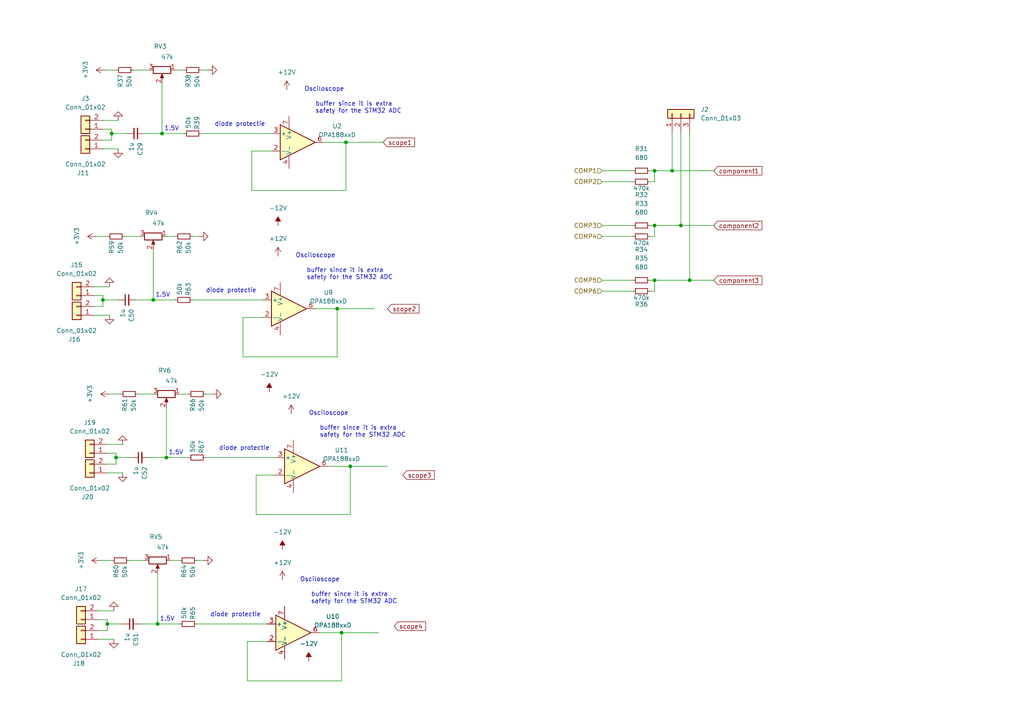
<source format=kicad_sch>
(kicad_sch (version 20211123) (generator eeschema)
  (paper "A4")
  (lib_symbols
    (symbol "Amplifier_Operational:OPA188xxD" (pin_names (offset 0.127))
      (property "Reference" "U" (at 0 6.35 0))
      (property "Value" "OPA188xxD" (at 0 3.81 0))
      (symbol "OPA188xxD_0_1"
        (polyline (pts (xy -5.08 5.08) (xy 5.08 0) (xy -5.08 -5.08) (xy -5.08 5.08)) (stroke (width 0.254)) (fill (type background)))
      )
      (symbol "OPA188xxD_1_1"
        (pin no_connect line (at -2.54 2.54 270) (length 2.54) hide (name "NC") (number "1"))
        (pin input line (at -7.62 -2.54 0) (length 2.54) (name "-") (number "2"))
        (pin input line (at -7.62 2.54 0) (length 2.54) (name "+") (number "3"))
        (pin power_in line (at -2.54 -7.62 90) (length 3.81) (name "V-") (number "4"))
        (pin no_connect line (at 0 2.54 270) (length 2.54) hide (name "NC") (number "5"))
        (pin output line (at 7.62 0 180) (length 2.54) (name "~") (number "6"))
        (pin power_in line (at -2.54 7.62 270) (length 3.81) (name "V+") (number "7"))
        (pin no_connect line (at 0 -2.54 90) (length 2.54) hide (name "NC") (number "8"))
      )
    )
    (symbol "Connector_Generic:Conn_01x02" (pin_names (offset 1.016) hide)
      (property "Reference" "J" (at 0 2.54 0))
      (property "Value" "Conn_01x02" (at 0 -5.08 0))
      (symbol "Conn_01x02_1_1"
        (rectangle (start -1.27 -2.413) (end 0 -2.667) (stroke (width 0.1524)))
        (rectangle (start -1.27 0.127) (end 0 -0.127) (stroke (width 0.1524)))
        (rectangle (start -1.27 1.27) (end 1.27 -3.81) (stroke (width 0.254)) (fill (type background)))
        (pin passive line (at -5.08 0 0) (length 3.81) (name "Pin_1") (number "1"))
        (pin passive line (at -5.08 -2.54 0) (length 3.81) (name "Pin_2") (number "2"))
      )
    )
    (symbol "Connector_Generic:Conn_01x03" (pin_names (offset 1.016) hide)
      (property "Reference" "J" (at 0 5.08 0))
      (property "Value" "Conn_01x03" (at 0 -5.08 0))
      (symbol "Conn_01x03_1_1"
        (rectangle (start -1.27 -2.413) (end 0 -2.667) (stroke (width 0.1524)))
        (rectangle (start -1.27 0.127) (end 0 -0.127) (stroke (width 0.1524)))
        (rectangle (start -1.27 2.667) (end 0 2.413) (stroke (width 0.1524)))
        (rectangle (start -1.27 3.81) (end 1.27 -3.81) (stroke (width 0.254)) (fill (type background)))
        (pin passive line (at -5.08 2.54 0) (length 3.81) (name "Pin_1") (number "1"))
        (pin passive line (at -5.08 0 0) (length 3.81) (name "Pin_2") (number "2"))
        (pin passive line (at -5.08 -2.54 0) (length 3.81) (name "Pin_3") (number "3"))
      )
    )
    (symbol "Device:C_Small" (pin_numbers hide) (pin_names (offset 0.254) hide)
      (property "Reference" "C" (at 0.254 1.778 0))
      (property "Value" "C_Small" (at 0.254 -2.032 0))
      (symbol "C_Small_0_1"
        (polyline (pts (xy -1.524 -0.508) (xy 1.524 -0.508)) (stroke (width 0.3302)))
        (polyline (pts (xy -1.524 0.508) (xy 1.524 0.508)) (stroke (width 0.3048)))
      )
      (symbol "C_Small_1_1"
        (pin passive line (at 0 2.54 270) (length 2.032) (name "~") (number "1"))
        (pin passive line (at 0 -2.54 90) (length 2.032) (name "~") (number "2"))
      )
    )
    (symbol "Device:R_Potentiometer" (pin_names (offset 1.016) hide)
      (property "Reference" "RV" (at -4.445 0 90))
      (property "Value" "R_Potentiometer" (at -2.54 0 90))
      (symbol "R_Potentiometer_0_1"
        (polyline (pts (xy 2.54 0) (xy 1.524 0)))
        (polyline (pts (xy 1.143 0) (xy 2.286 0.508) (xy 2.286 -0.508) (xy 1.143 0)) (fill (type outline)))
        (rectangle (start 1.016 2.54) (end -1.016 -2.54) (stroke (width 0.254)))
      )
      (symbol "R_Potentiometer_1_1"
        (pin passive line (at 0 3.81 270) (length 1.27) (name "1") (number "1"))
        (pin passive line (at 3.81 0 180) (length 1.27) (name "2") (number "2"))
        (pin passive line (at 0 -3.81 90) (length 1.27) (name "3") (number "3"))
      )
    )
    (symbol "Device:R_Small" (pin_numbers hide) (pin_names (offset 0.254) hide)
      (property "Reference" "R" (at 0.762 0.508 0))
      (property "Value" "R_Small" (at 0.762 -1.016 0))
      (symbol "R_Small_0_1"
        (rectangle (start -0.762 1.778) (end 0.762 -1.778) (stroke (width 0.2032)))
      )
      (symbol "R_Small_1_1"
        (pin passive line (at 0 2.54 270) (length 0.762) (name "~") (number "1"))
        (pin passive line (at 0 -2.54 90) (length 0.762) (name "~") (number "2"))
      )
    )
    (symbol "power:+12V" (power) (pin_names (offset 0))
      (property "Value" "+12V" (at 0 3.556 0))
      (symbol "+12V_0_1"
        (polyline (pts (xy -0.762 1.27) (xy 0 2.54)))
        (polyline (pts (xy 0 0) (xy 0 2.54)))
        (polyline (pts (xy 0 2.54) (xy 0.762 1.27)))
      )
      (symbol "+12V_1_1"
        (pin power_in line (at 0 0 90) (length 0) hide (name "+12V") (number "1"))
      )
    )
    (symbol "power:+3.3V" (power) (pin_names (offset 0))
      (property "Value" "+3.3V" (at 0 3.556 0))
      (symbol "+3.3V_0_1"
        (polyline (pts (xy -0.762 1.27) (xy 0 2.54)))
        (polyline (pts (xy 0 0) (xy 0 2.54)))
        (polyline (pts (xy 0 2.54) (xy 0.762 1.27)))
      )
      (symbol "+3.3V_1_1"
        (pin power_in line (at 0 0 90) (length 0) hide (name "+3V3") (number "1"))
      )
    )
    (symbol "power:-12V" (power) (pin_names (offset 0))
      (property "Value" "-12V" (at 0 3.81 0))
      (symbol "-12V_0_0"
        (pin power_in line (at 0 0 90) (length 0) hide (name "-12V") (number "1"))
      )
      (symbol "-12V_0_1"
        (polyline (pts (xy 0 0) (xy 0 1.27) (xy 0.762 1.27) (xy 0 2.54) (xy -0.762 1.27) (xy 0 1.27)) (fill (type outline)))
      )
    )
    (symbol "power:GND" (power) (pin_names (offset 0))
      (property "Value" "GND" (at 0 -3.81 0))
      (symbol "GND_0_1"
        (polyline (pts (xy 0 0) (xy 0 -1.27) (xy 1.27 -1.27) (xy 0 -2.54) (xy -1.27 -1.27) (xy 0 -1.27)))
      )
      (symbol "GND_1_1"
        (pin power_in line (at 0 0 270) (length 0) hide (name "GND") (number "1"))
      )
    )
  )
  (junction (at 194.945 49.53))
  (junction (at 29.845 86.995))
  (junction (at 44.45 86.995))
  (junction (at 48.26 132.715))
  (junction (at 33.655 132.715))
  (junction (at 197.485 65.405))
  (junction (at 100.33 41.275))
  (junction (at 46.99 38.735))
  (junction (at 99.06 183.515))
  (junction (at 189.865 81.28))
  (junction (at 189.865 65.405))
  (junction (at 97.79 89.535))
  (junction (at 32.385 38.735))
  (junction (at 189.865 49.53))
  (junction (at 45.72 180.975))
  (junction (at 31.115 180.975))
  (junction (at 200.025 81.28))
  (junction (at 101.6 135.255))
  (wire (pts (xy 31.115 131.445) (xy 33.655 131.445)))
  (wire (pts (xy 194.945 38.1) (xy 194.945 49.53)))
  (wire (pts (xy 29.845 88.9) (xy 27.305 88.9)))
  (wire (pts (xy 29.845 34.925) (xy 34.29 34.925)))
  (wire (pts (xy 189.865 65.405) (xy 197.485 65.405)))
  (wire (pts (xy 33.655 134.62) (xy 31.115 134.62)))
  (wire (pts (xy 37.465 162.56) (xy 41.91 162.56)))
  (wire (pts (xy 188.595 81.28) (xy 189.865 81.28)))
  (wire (pts (xy 76.2 92.075) (xy 70.485 92.075)))
  (wire (pts (xy 44.45 72.39) (xy 44.45 86.995)))
  (wire (pts (xy 174.625 84.455) (xy 183.515 84.455)))
  (wire (pts (xy 27.305 83.185) (xy 31.75 83.185)))
  (wire (pts (xy 188.595 65.405) (xy 189.865 65.405)))
  (wire (pts (xy 200.025 38.1) (xy 200.025 81.28)))
  (wire (pts (xy 99.06 183.515) (xy 109.855 183.515)))
  (wire (pts (xy 101.6 135.255) (xy 95.25 135.255)))
  (wire (pts (xy 194.945 49.53) (xy 207.01 49.53)))
  (wire (pts (xy 29.845 43.18) (xy 34.29 43.18)))
  (wire (pts (xy 29.845 86.995) (xy 29.845 88.9)))
  (wire (pts (xy 43.18 132.715) (xy 48.26 132.715)))
  (wire (pts (xy 77.47 186.055) (xy 71.755 186.055)))
  (wire (pts (xy 74.295 149.225) (xy 101.6 149.225)))
  (wire (pts (xy 97.79 89.535) (xy 91.44 89.535)))
  (wire (pts (xy 55.88 68.58) (xy 57.785 68.58)))
  (wire (pts (xy 174.625 81.28) (xy 183.515 81.28)))
  (wire (pts (xy 58.42 20.32) (xy 60.325 20.32)))
  (wire (pts (xy 80.01 137.795) (xy 74.295 137.795)))
  (wire (pts (xy 31.115 179.705) (xy 31.115 180.975)))
  (wire (pts (xy 99.06 183.515) (xy 92.71 183.515)))
  (wire (pts (xy 197.485 38.1) (xy 197.485 65.405)))
  (wire (pts (xy 31.115 180.975) (xy 31.115 182.88)))
  (wire (pts (xy 38.735 20.32) (xy 43.18 20.32)))
  (wire (pts (xy 97.79 89.535) (xy 108.585 89.535)))
  (wire (pts (xy 40.005 114.3) (xy 44.45 114.3)))
  (wire (pts (xy 188.595 68.58) (xy 189.865 68.58)))
  (wire (pts (xy 70.485 103.505) (xy 97.79 103.505)))
  (wire (pts (xy 48.26 118.11) (xy 48.26 132.715)))
  (wire (pts (xy 31.115 128.905) (xy 35.56 128.905)))
  (wire (pts (xy 174.625 49.53) (xy 183.515 49.53)))
  (wire (pts (xy 78.74 43.815) (xy 73.025 43.815)))
  (wire (pts (xy 31.115 180.975) (xy 35.56 180.975)))
  (wire (pts (xy 174.625 52.705) (xy 183.515 52.705)))
  (wire (pts (xy 46.99 24.13) (xy 46.99 38.735)))
  (wire (pts (xy 29.845 86.995) (xy 34.29 86.995)))
  (wire (pts (xy 44.45 86.995) (xy 50.8 86.995)))
  (wire (pts (xy 174.625 65.405) (xy 183.515 65.405)))
  (wire (pts (xy 101.6 135.255) (xy 112.395 135.255)))
  (wire (pts (xy 70.485 92.075) (xy 70.485 103.505)))
  (wire (pts (xy 57.15 162.56) (xy 59.055 162.56)))
  (wire (pts (xy 48.26 68.58) (xy 50.8 68.58)))
  (wire (pts (xy 74.295 137.795) (xy 74.295 149.225)))
  (wire (pts (xy 27.305 91.44) (xy 31.75 91.44)))
  (wire (pts (xy 100.33 41.275) (xy 93.98 41.275)))
  (wire (pts (xy 189.865 68.58) (xy 189.865 65.405)))
  (wire (pts (xy 50.8 20.32) (xy 53.34 20.32)))
  (wire (pts (xy 28.575 177.165) (xy 33.02 177.165)))
  (wire (pts (xy 57.15 180.975) (xy 77.47 180.975)))
  (wire (pts (xy 97.79 103.505) (xy 97.79 89.535)))
  (wire (pts (xy 99.06 197.485) (xy 99.06 183.515)))
  (wire (pts (xy 39.37 86.995) (xy 44.45 86.995)))
  (wire (pts (xy 32.385 40.64) (xy 29.845 40.64)))
  (wire (pts (xy 73.025 43.815) (xy 73.025 55.245)))
  (wire (pts (xy 71.755 186.055) (xy 71.755 197.485)))
  (wire (pts (xy 31.115 137.16) (xy 35.56 137.16)))
  (wire (pts (xy 27.305 85.725) (xy 29.845 85.725)))
  (wire (pts (xy 188.595 49.53) (xy 189.865 49.53)))
  (wire (pts (xy 188.595 52.705) (xy 189.865 52.705)))
  (wire (pts (xy 197.485 65.405) (xy 207.01 65.405)))
  (wire (pts (xy 59.69 114.3) (xy 61.595 114.3)))
  (wire (pts (xy 30.48 20.32) (xy 33.655 20.32)))
  (wire (pts (xy 31.75 114.3) (xy 34.925 114.3)))
  (wire (pts (xy 174.625 68.58) (xy 183.515 68.58)))
  (wire (pts (xy 188.595 84.455) (xy 189.865 84.455)))
  (wire (pts (xy 73.025 55.245) (xy 100.33 55.245)))
  (wire (pts (xy 45.72 180.975) (xy 52.07 180.975)))
  (wire (pts (xy 41.91 38.735) (xy 46.99 38.735)))
  (wire (pts (xy 101.6 149.225) (xy 101.6 135.255)))
  (wire (pts (xy 33.655 132.715) (xy 33.655 134.62)))
  (wire (pts (xy 45.72 166.37) (xy 45.72 180.975)))
  (wire (pts (xy 71.755 197.485) (xy 99.06 197.485)))
  (wire (pts (xy 28.575 185.42) (xy 33.02 185.42)))
  (wire (pts (xy 49.53 162.56) (xy 52.07 162.56)))
  (wire (pts (xy 189.865 84.455) (xy 189.865 81.28)))
  (wire (pts (xy 55.88 86.995) (xy 76.2 86.995)))
  (wire (pts (xy 46.99 38.735) (xy 53.34 38.735)))
  (wire (pts (xy 100.33 41.275) (xy 111.125 41.275)))
  (wire (pts (xy 33.655 131.445) (xy 33.655 132.715)))
  (wire (pts (xy 33.655 132.715) (xy 38.1 132.715)))
  (wire (pts (xy 32.385 37.465) (xy 32.385 38.735)))
  (wire (pts (xy 29.845 37.465) (xy 32.385 37.465)))
  (wire (pts (xy 100.33 55.245) (xy 100.33 41.275)))
  (wire (pts (xy 189.865 49.53) (xy 194.945 49.53)))
  (wire (pts (xy 40.64 180.975) (xy 45.72 180.975)))
  (wire (pts (xy 36.195 68.58) (xy 40.64 68.58)))
  (wire (pts (xy 28.575 179.705) (xy 31.115 179.705)))
  (wire (pts (xy 31.115 182.88) (xy 28.575 182.88)))
  (wire (pts (xy 29.21 162.56) (xy 32.385 162.56)))
  (wire (pts (xy 29.845 85.725) (xy 29.845 86.995)))
  (wire (pts (xy 32.385 38.735) (xy 32.385 40.64)))
  (wire (pts (xy 48.26 132.715) (xy 54.61 132.715)))
  (wire (pts (xy 189.865 52.705) (xy 189.865 49.53)))
  (wire (pts (xy 32.385 38.735) (xy 36.83 38.735)))
  (wire (pts (xy 27.94 68.58) (xy 31.115 68.58)))
  (wire (pts (xy 200.025 81.28) (xy 207.01 81.28)))
  (wire (pts (xy 59.69 132.715) (xy 80.01 132.715)))
  (wire (pts (xy 189.865 81.28) (xy 200.025 81.28)))
  (wire (pts (xy 52.07 114.3) (xy 54.61 114.3)))
  (wire (pts (xy 58.42 38.735) (xy 78.74 38.735)))
  (text "Osciloscope" (at 88.265 26.67 0) (effects (font (size 1.27 1.27)) (justify left bottom)))
  (text "1.5V" (at 45.085 86.36 0) (effects (font (size 1.27 1.27)) (justify left bottom)))
  (text "diode protectie" (at 60.96 179.07 0) (effects (font (size 1.27 1.27)) (justify left bottom)))
  (text "diode protectie" (at 62.23 36.83 0) (effects (font (size 1.27 1.27)) (justify left bottom)))
  (text "1.5V" (at 48.895 132.08 0) (effects (font (size 1.27 1.27)) (justify left bottom)))
  (text "1.5V" (at 47.625 38.1 0) (effects (font (size 1.27 1.27)) (justify left bottom)))
  (text "Osciloscope" (at 85.725 74.93 0) (effects (font (size 1.27 1.27)) (justify left bottom)))
  (text "buffer since it is extra\nsafety for the STM32 ADC" (at 91.44 33.02 0) (effects (font (size 1.27 1.27)) (justify left bottom)))
  (text "diode protectie" (at 59.69 85.09 0) (effects (font (size 1.27 1.27)) (justify left bottom)))
  (text "Osciloscope" (at 86.995 168.91 0) (effects (font (size 1.27 1.27)) (justify left bottom)))
  (text "diode protectie" (at 63.5 130.81 0) (effects (font (size 1.27 1.27)) (justify left bottom)))
  (text "buffer since it is extra\nsafety for the STM32 ADC" (at 90.17 175.26 0) (effects (font (size 1.27 1.27)) (justify left bottom)))
  (text "buffer since it is extra\nsafety for the STM32 ADC" (at 88.9 81.28 0) (effects (font (size 1.27 1.27)) (justify left bottom)))
  (text "Osciloscope" (at 89.535 120.65 0) (effects (font (size 1.27 1.27)) (justify left bottom)))
  (text "1.5V" (at 46.355 180.34 0) (effects (font (size 1.27 1.27)) (justify left bottom)))
  (text "buffer since it is extra\nsafety for the STM32 ADC" (at 92.71 127 0) (effects (font (size 1.27 1.27)) (justify left bottom)))
  (global_label "scope1" (shape input) (at 111.125 41.275 0) (property "Intersheet References" "${INTERSHEET_REFS}" (effects hide)))
  (global_label "scope2" (shape input) (at 112.395 89.535 0) (property "Intersheet References" "${INTERSHEET_REFS}" (effects hide)))
  (global_label "scope4" (shape input) (at 114.3 181.61 0) (property "Intersheet References" "${INTERSHEET_REFS}" (effects hide)))
  (global_label "component2" (shape input) (at 207.01 65.405 0) (property "Intersheet References" "${INTERSHEET_REFS}" (effects hide)))
  (global_label "scope3" (shape input) (at 116.84 137.795 0) (property "Intersheet References" "${INTERSHEET_REFS}" (effects hide)))
  (global_label "component3" (shape input) (at 207.01 81.28 0) (property "Intersheet References" "${INTERSHEET_REFS}" (effects hide)))
  (global_label "component1" (shape input) (at 207.01 49.53 0) (property "Intersheet References" "${INTERSHEET_REFS}" (effects hide)))
  (hierarchical_label "COMP3" (shape input) (at 174.625 65.405 180))
  (hierarchical_label "COMP6" (shape input) (at 174.625 84.455 180))
  (hierarchical_label "COMP1" (shape input) (at 174.625 49.53 180))
  (hierarchical_label "COMP2" (shape input) (at 174.625 52.705 180))
  (hierarchical_label "COMP4" (shape input) (at 174.625 68.58 180))
  (hierarchical_label "COMP5" (shape input) (at 174.625 81.28 180))
  (symbol (lib_id "Device:R_Small") (at 34.925 162.56 90) (mirror x) (unit 1)
    (property "Reference" "R60" (at 33.655 167.64 0) (effects (justify right)))
    (property "Value" "50k" (at 36.195 167.64 0) (effects (justify right)))
    (property "Footprint" "Resistor_SMD:R_0603_1608Metric_Pad0.98x0.95mm_HandSolder" (effects hide))
  )
  (symbol (lib_id "power:GND") (at 34.29 43.18 0) (unit 1)
    (property "Reference" "#PWR014" (effects hide))
    (property "Value" "GND" (effects hide))
  )
  (symbol (lib_id "Device:R_Small") (at 57.15 114.3 90) (mirror x) (unit 1)
    (property "Reference" "R66" (at 55.88 119.38 0) (effects (justify right)))
    (property "Value" "50k" (at 58.42 119.38 0) (effects (justify right)))
    (property "Footprint" "Resistor_SMD:R_0603_1608Metric_Pad0.98x0.95mm_HandSolder" (effects hide))
  )
  (symbol (lib_id "power:+12V") (at 81.915 168.275 0) (unit 1)
    (property "Reference" "#PWR074" (effects hide))
    (property "Value" "+12V" (at 81.915 163.195 0))
  )
  (symbol (lib_id "Connector_Generic:Conn_01x02") (at 26.035 137.16 180) (unit 1)
    (property "Reference" "J20" (at 25.4 144.145 0))
    (property "Value" "Conn_01x02" (at 26.035 141.605 0))
  )
  (symbol (lib_id "power:GND") (at 61.595 114.3 90) (unit 1)
    (property "Reference" "#PWR070" (effects hide))
    (property "Value" "GND" (effects hide))
  )
  (symbol (lib_id "Device:R_Small") (at 57.15 132.715 270) (mirror x) (unit 1)
    (property "Reference" "R67" (at 58.42 127.635 0) (effects (justify right)))
    (property "Value" "50k" (at 55.88 127.635 0) (effects (justify right)))
    (property "Footprint" "Resistor_SMD:R_0603_1608Metric_Pad0.98x0.95mm_HandSolder" (effects hide))
  )
  (symbol (lib_id "Device:R_Small") (at 186.055 81.28 90) (unit 1)
    (property "Reference" "R35" (at 186.055 74.93 90))
    (property "Value" "680" (at 186.055 77.47 90))
  )
  (symbol (lib_id "Connector_Generic:Conn_01x02") (at 24.765 43.18 180) (unit 1)
    (property "Reference" "J11" (at 24.13 50.165 0))
    (property "Value" "Conn_01x02" (at 24.765 47.625 0))
  )
  (symbol (lib_id "Device:R_Small") (at 54.61 162.56 90) (mirror x) (unit 1)
    (property "Reference" "R64" (at 53.34 167.64 0) (effects (justify right)))
    (property "Value" "50k" (at 55.88 167.64 0) (effects (justify right)))
    (property "Footprint" "Resistor_SMD:R_0603_1608Metric_Pad0.98x0.95mm_HandSolder" (effects hide))
  )
  (symbol (lib_id "power:+3.3V") (at 30.48 20.32 90) (unit 1)
    (property "Reference" "#PWR012" (effects hide))
    (property "Value" "+3.3V" (at 24.765 20.32 0))
  )
  (symbol (lib_id "Device:R_Small") (at 186.055 68.58 90) (unit 1)
    (property "Reference" "R34" (at 186.055 72.39 90))
    (property "Value" "470k" (at 186.055 70.485 90))
  )
  (symbol (lib_id "power:+3.3V") (at 29.21 162.56 90) (unit 1)
    (property "Reference" "#PWR021" (effects hide))
    (property "Value" "+3.3V" (at 23.495 162.56 0))
  )
  (symbol (lib_id "Device:R_Small") (at 33.655 68.58 90) (mirror x) (unit 1)
    (property "Reference" "R59" (at 32.385 73.66 0) (effects (justify right)))
    (property "Value" "50k" (at 34.925 73.66 0) (effects (justify right)))
    (property "Footprint" "Resistor_SMD:R_0603_1608Metric_Pad0.98x0.95mm_HandSolder" (effects hide))
  )
  (symbol (lib_id "Device:C_Small") (at 40.64 132.715 90) (mirror x) (unit 1)
    (property "Reference" "C52" (at 41.91 135.255 0) (effects (justify left)))
    (property "Value" "1u" (at 39.37 135.255 0) (effects (justify left)))
    (property "Footprint" "Capacitor_SMD:C_0603_1608Metric_Pad1.08x0.95mm_HandSolder" (effects hide))
  )
  (symbol (lib_id "Device:R_Potentiometer") (at 48.26 114.3 270) (unit 1)
    (property "Reference" "RV6" (at 47.752 107.442 90))
    (property "Value" "47k" (at 49.784 110.49 90))
    (property "Footprint" "Z_mycustom_footprint_lib:2002102255" (effects hide))
  )
  (symbol (lib_id "power:GND") (at 60.325 20.32 90) (unit 1)
    (property "Reference" "#PWR015" (effects hide))
    (property "Value" "GND" (effects hide))
  )
  (symbol (lib_id "Device:R_Small") (at 186.055 84.455 90) (unit 1)
    (property "Reference" "R36" (at 186.055 88.265 90))
    (property "Value" "470k" (at 186.055 86.36 90))
  )
  (symbol (lib_id "Device:R_Small") (at 55.88 20.32 90) (mirror x) (unit 1)
    (property "Reference" "R38" (at 54.61 25.4 0) (effects (justify right)))
    (property "Value" "50k" (at 57.15 25.4 0) (effects (justify right)))
    (property "Footprint" "Resistor_SMD:R_0603_1608Metric_Pad0.98x0.95mm_HandSolder" (effects hide))
  )
  (symbol (lib_id "power:+12V") (at 83.185 26.035 0) (unit 1)
    (property "Reference" "#PWR017" (effects hide))
    (property "Value" "+12V" (at 83.185 20.955 0))
  )
  (symbol (lib_id "power:+3.3V") (at 27.94 68.58 90) (unit 1)
    (property "Reference" "#PWR018" (effects hide))
    (property "Value" "+3.3V" (at 22.225 68.58 0))
  )
  (symbol (lib_id "Connector_Generic:Conn_01x02") (at 24.765 37.465 180) (unit 1)
    (property "Reference" "J3" (at 24.765 28.575 0))
    (property "Value" "Conn_01x02" (at 24.765 31.115 0))
  )
  (symbol (lib_id "power:GND") (at 35.56 137.16 0) (unit 1)
    (property "Reference" "#PWR067" (effects hide))
    (property "Value" "GND" (effects hide))
  )
  (symbol (lib_id "power:GND") (at 35.56 128.905 180) (unit 1)
    (property "Reference" "#PWR066" (effects hide))
    (property "Value" "GND" (effects hide))
  )
  (symbol (lib_id "Device:C_Small") (at 39.37 38.735 90) (mirror x) (unit 1)
    (property "Reference" "C29" (at 40.64 41.275 0) (effects (justify left)))
    (property "Value" "1u" (at 38.1 41.275 0) (effects (justify left)))
    (property "Footprint" "Capacitor_SMD:C_0603_1608Metric_Pad1.08x0.95mm_HandSolder" (effects hide))
  )
  (symbol (lib_id "Connector_Generic:Conn_01x02") (at 22.225 91.44 180) (unit 1)
    (property "Reference" "J16" (at 21.59 98.425 0))
    (property "Value" "Conn_01x02" (at 22.225 95.885 0))
  )
  (symbol (lib_id "power:+12V") (at 80.645 74.295 0) (unit 1)
    (property "Reference" "#PWR072" (effects hide))
    (property "Value" "+12V" (at 80.645 69.215 0))
  )
  (symbol (lib_id "power:GND") (at 31.75 83.185 180) (unit 1)
    (property "Reference" "#PWR061" (effects hide))
    (property "Value" "GND" (effects hide))
  )
  (symbol (lib_id "power:GND") (at 31.75 91.44 0) (unit 1)
    (property "Reference" "#PWR062" (effects hide))
    (property "Value" "GND" (effects hide))
  )
  (symbol (lib_id "power:+12V") (at 84.455 120.015 0) (unit 1)
    (property "Reference" "#PWR075" (effects hide))
    (property "Value" "+12V" (at 84.455 114.935 0))
  )
  (symbol (lib_id "Device:R_Small") (at 186.055 49.53 90) (unit 1)
    (property "Reference" "R31" (at 186.055 43.18 90))
    (property "Value" "680" (at 186.055 45.72 90))
  )
  (symbol (lib_id "power:-12V") (at 81.915 159.385 0) (unit 1)
    (property "Reference" "#PWR073" (effects hide))
    (property "Value" "-12V" (at 81.915 154.305 0))
  )
  (symbol (lib_id "Device:R_Small") (at 54.61 180.975 270) (mirror x) (unit 1)
    (property "Reference" "R65" (at 55.88 175.895 0) (effects (justify right)))
    (property "Value" "50k" (at 53.34 175.895 0) (effects (justify right)))
    (property "Footprint" "Resistor_SMD:R_0603_1608Metric_Pad0.98x0.95mm_HandSolder" (effects hide))
  )
  (symbol (lib_id "Device:R_Small") (at 53.34 68.58 90) (mirror x) (unit 1)
    (property "Reference" "R62" (at 52.07 73.66 0) (effects (justify right)))
    (property "Value" "50k" (at 54.61 73.66 0) (effects (justify right)))
    (property "Footprint" "Resistor_SMD:R_0603_1608Metric_Pad0.98x0.95mm_HandSolder" (effects hide))
  )
  (symbol (lib_id "Connector_Generic:Conn_01x02") (at 23.495 185.42 180) (unit 1)
    (property "Reference" "J18" (at 22.86 192.405 0))
    (property "Value" "Conn_01x02" (at 23.495 189.865 0))
  )
  (symbol (lib_id "Device:C_Small") (at 36.83 86.995 90) (mirror x) (unit 1)
    (property "Reference" "C50" (at 38.1 89.535 0) (effects (justify left)))
    (property "Value" "1u" (at 35.56 89.535 0) (effects (justify left)))
    (property "Footprint" "Capacitor_SMD:C_0603_1608Metric_Pad1.08x0.95mm_HandSolder" (effects hide))
  )
  (symbol (lib_id "Amplifier_Operational:OPA188xxD") (at 85.09 183.515 0) (unit 1)
    (property "Reference" "U10" (at 96.52 178.816 0))
    (property "Value" "OPA188xxD" (at 96.52 181.356 0))
    (property "Footprint" "Package_SO:SOIC-8_3.9x4.9mm_P1.27mm" (effects hide))
    (property "Datasheet" "http://www.ti.com/lit/ds/symlink/opa188.pdf" (effects hide))
  )
  (symbol (lib_id "Amplifier_Operational:OPA188xxD") (at 83.82 89.535 0) (unit 1)
    (property "Reference" "U9" (at 95.25 84.836 0))
    (property "Value" "OPA188xxD" (at 95.25 87.376 0))
    (property "Footprint" "Package_SO:SOIC-8_3.9x4.9mm_P1.27mm" (effects hide))
    (property "Datasheet" "http://www.ti.com/lit/ds/symlink/opa188.pdf" (effects hide))
  )
  (symbol (lib_id "Connector_Generic:Conn_01x02") (at 22.225 85.725 180) (unit 1)
    (property "Reference" "J15" (at 22.225 76.835 0))
    (property "Value" "Conn_01x02" (at 22.225 79.375 0))
  )
  (symbol (lib_id "Device:C_Small") (at 38.1 180.975 90) (mirror x) (unit 1)
    (property "Reference" "C51" (at 39.37 183.515 0) (effects (justify left)))
    (property "Value" "1u" (at 36.83 183.515 0) (effects (justify left)))
    (property "Footprint" "Capacitor_SMD:C_0603_1608Metric_Pad1.08x0.95mm_HandSolder" (effects hide))
  )
  (symbol (lib_id "Connector_Generic:Conn_01x03") (at 197.485 33.02 90) (unit 1)
    (property "Reference" "J2" (at 203.2 31.7499 90) (effects (justify right)))
    (property "Value" "Conn_01x03" (at 203.2 34.2899 90) (effects (justify right)))
  )
  (symbol (lib_id "power:GND") (at 33.02 177.165 180) (unit 1)
    (property "Reference" "#PWR064" (effects hide))
    (property "Value" "GND" (effects hide))
  )
  (symbol (lib_id "power:-12V") (at 80.645 65.405 0) (unit 1)
    (property "Reference" "#PWR016" (effects hide))
    (property "Value" "-12V" (at 80.645 60.325 0))
  )
  (symbol (lib_id "power:GND") (at 34.29 34.925 180) (unit 1)
    (property "Reference" "#PWR013" (effects hide))
    (property "Value" "GND" (effects hide))
  )
  (symbol (lib_id "power:+3.3V") (at 31.75 114.3 90) (unit 1)
    (property "Reference" "#PWR063" (effects hide))
    (property "Value" "+3.3V" (at 26.035 114.3 0))
  )
  (symbol (lib_id "Device:R_Small") (at 186.055 52.705 90) (unit 1)
    (property "Reference" "R32" (at 186.055 56.515 90))
    (property "Value" "470k" (at 186.055 54.61 90))
  )
  (symbol (lib_id "Device:R_Potentiometer") (at 46.99 20.32 270) (unit 1)
    (property "Reference" "RV3" (at 46.482 13.462 90))
    (property "Value" "47k" (at 48.514 16.51 90))
    (property "Footprint" "Z_mycustom_footprint_lib:2002102255" (effects hide))
  )
  (symbol (lib_id "Device:R_Potentiometer") (at 44.45 68.58 270) (unit 1)
    (property "Reference" "RV4" (at 43.942 61.722 90))
    (property "Value" "47k" (at 45.974 64.77 90))
    (property "Footprint" "Z_mycustom_footprint_lib:2002102255" (effects hide))
  )
  (symbol (lib_id "power:GND") (at 59.055 162.56 90) (unit 1)
    (property "Reference" "#PWR069" (effects hide))
    (property "Value" "GND" (effects hide))
  )
  (symbol (lib_id "power:-12V") (at 78.105 113.665 0) (unit 1)
    (property "Reference" "#PWR071" (effects hide))
    (property "Value" "-12V" (at 78.105 108.585 0))
  )
  (symbol (lib_id "Device:R_Potentiometer") (at 45.72 162.56 270) (unit 1)
    (property "Reference" "RV5" (at 45.212 155.702 90))
    (property "Value" "47k" (at 47.244 158.75 90))
    (property "Footprint" "Z_mycustom_footprint_lib:2002102255" (effects hide))
  )
  (symbol (lib_id "Device:R_Small") (at 53.34 86.995 270) (mirror x) (unit 1)
    (property "Reference" "R63" (at 54.61 81.915 0) (effects (justify right)))
    (property "Value" "50k" (at 52.07 81.915 0) (effects (justify right)))
    (property "Footprint" "Resistor_SMD:R_0603_1608Metric_Pad0.98x0.95mm_HandSolder" (effects hide))
  )
  (symbol (lib_id "Device:R_Small") (at 186.055 65.405 90) (unit 1)
    (property "Reference" "R33" (at 186.055 59.055 90))
    (property "Value" "680" (at 186.055 61.595 90))
  )
  (symbol (lib_id "Device:R_Small") (at 37.465 114.3 90) (mirror x) (unit 1)
    (property "Reference" "R61" (at 36.195 119.38 0) (effects (justify right)))
    (property "Value" "50k" (at 38.735 119.38 0) (effects (justify right)))
    (property "Footprint" "Resistor_SMD:R_0603_1608Metric_Pad0.98x0.95mm_HandSolder" (effects hide))
  )
  (symbol (lib_id "Connector_Generic:Conn_01x02") (at 23.495 179.705 180) (unit 1)
    (property "Reference" "J17" (at 23.495 170.815 0))
    (property "Value" "Conn_01x02" (at 23.495 173.355 0))
  )
  (symbol (lib_id "Amplifier_Operational:OPA188xxD") (at 87.63 135.255 0) (unit 1)
    (property "Reference" "U11" (at 99.06 130.556 0))
    (property "Value" "OPA188xxD" (at 99.06 133.096 0))
    (property "Footprint" "Package_SO:SOIC-8_3.9x4.9mm_P1.27mm" (effects hide))
    (property "Datasheet" "http://www.ti.com/lit/ds/symlink/opa188.pdf" (effects hide))
  )
  (symbol (lib_id "power:GND") (at 33.02 185.42 0) (unit 1)
    (property "Reference" "#PWR065" (effects hide))
    (property "Value" "GND" (effects hide))
  )
  (symbol (lib_id "power:GND") (at 57.785 68.58 90) (unit 1)
    (property "Reference" "#PWR068" (effects hide))
    (property "Value" "GND" (effects hide))
  )
  (symbol (lib_id "power:-12V") (at 89.535 191.77 0) (unit 1)
    (property "Reference" "#PWR076" (effects hide))
    (property "Value" "-12V" (at 89.535 186.69 0))
  )
  (symbol (lib_id "Device:R_Small") (at 55.88 38.735 270) (mirror x) (unit 1)
    (property "Reference" "R39" (at 57.15 33.655 0) (effects (justify right)))
    (property "Value" "50k" (at 54.61 33.655 0) (effects (justify right)))
    (property "Footprint" "Resistor_SMD:R_0603_1608Metric_Pad0.98x0.95mm_HandSolder" (effects hide))
  )
  (symbol (lib_id "Device:R_Small") (at 36.195 20.32 90) (mirror x) (unit 1)
    (property "Reference" "R37" (at 34.925 25.4 0) (effects (justify right)))
    (property "Value" "50k" (at 37.465 25.4 0) (effects (justify right)))
    (property "Footprint" "Resistor_SMD:R_0603_1608Metric_Pad0.98x0.95mm_HandSolder" (effects hide))
  )
  (symbol (lib_id "Connector_Generic:Conn_01x02") (at 26.035 131.445 180) (unit 1)
    (property "Reference" "J19" (at 26.035 122.555 0))
    (property "Value" "Conn_01x02" (at 26.035 125.095 0))
  )
  (symbol (lib_id "Amplifier_Operational:OPA188xxD") (at 86.36 41.275 0) (unit 1)
    (property "Reference" "U2" (at 97.79 36.576 0))
    (property "Value" "OPA188xxD" (at 97.79 39.116 0))
    (property "Footprint" "Package_SO:SOIC-8_3.9x4.9mm_P1.27mm" (effects hide))
    (property "Datasheet" "http://www.ti.com/lit/ds/symlink/opa188.pdf" (effects hide))
  )
)
</source>
